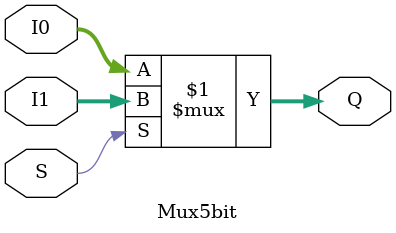
<source format=v>
`timescale 1ns / 1ps


module Mux5bit(I0, I1, S, Q);
    input [4:0] I0, I1;
    input S;
    output [4:0] Q;
    assign Q = S ? I1:I0;
endmodule

</source>
